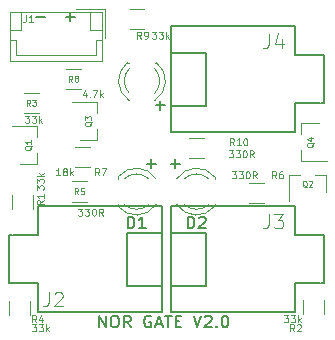
<source format=gbr>
%TF.GenerationSoftware,KiCad,Pcbnew,(5.1.9)-1*%
%TF.CreationDate,2021-03-03T01:29:12+00:00*%
%TF.ProjectId,NOR,4e4f522e-6b69-4636-9164-5f7063625858,rev?*%
%TF.SameCoordinates,Original*%
%TF.FileFunction,Legend,Top*%
%TF.FilePolarity,Positive*%
%FSLAX46Y46*%
G04 Gerber Fmt 4.6, Leading zero omitted, Abs format (unit mm)*
G04 Created by KiCad (PCBNEW (5.1.9)-1) date 2021-03-03 01:29:12*
%MOMM*%
%LPD*%
G01*
G04 APERTURE LIST*
%ADD10C,0.150000*%
%ADD11C,0.120000*%
%ADD12C,0.127000*%
%ADD13C,0.100000*%
%ADD14C,0.101600*%
G04 APERTURE END LIST*
D10*
X46363619Y-88336380D02*
X46363619Y-87336380D01*
X46935047Y-88336380D01*
X46935047Y-87336380D01*
X47601714Y-87336380D02*
X47792190Y-87336380D01*
X47887428Y-87384000D01*
X47982666Y-87479238D01*
X48030285Y-87669714D01*
X48030285Y-88003047D01*
X47982666Y-88193523D01*
X47887428Y-88288761D01*
X47792190Y-88336380D01*
X47601714Y-88336380D01*
X47506476Y-88288761D01*
X47411238Y-88193523D01*
X47363619Y-88003047D01*
X47363619Y-87669714D01*
X47411238Y-87479238D01*
X47506476Y-87384000D01*
X47601714Y-87336380D01*
X49030285Y-88336380D02*
X48696952Y-87860190D01*
X48458857Y-88336380D02*
X48458857Y-87336380D01*
X48839809Y-87336380D01*
X48935047Y-87384000D01*
X48982666Y-87431619D01*
X49030285Y-87526857D01*
X49030285Y-87669714D01*
X48982666Y-87764952D01*
X48935047Y-87812571D01*
X48839809Y-87860190D01*
X48458857Y-87860190D01*
X50744571Y-87384000D02*
X50649333Y-87336380D01*
X50506476Y-87336380D01*
X50363619Y-87384000D01*
X50268380Y-87479238D01*
X50220761Y-87574476D01*
X50173142Y-87764952D01*
X50173142Y-87907809D01*
X50220761Y-88098285D01*
X50268380Y-88193523D01*
X50363619Y-88288761D01*
X50506476Y-88336380D01*
X50601714Y-88336380D01*
X50744571Y-88288761D01*
X50792190Y-88241142D01*
X50792190Y-87907809D01*
X50601714Y-87907809D01*
X51173142Y-88050666D02*
X51649333Y-88050666D01*
X51077904Y-88336380D02*
X51411238Y-87336380D01*
X51744571Y-88336380D01*
X51935047Y-87336380D02*
X52506476Y-87336380D01*
X52220761Y-88336380D02*
X52220761Y-87336380D01*
X52839809Y-87812571D02*
X53173142Y-87812571D01*
X53316000Y-88336380D02*
X52839809Y-88336380D01*
X52839809Y-87336380D01*
X53316000Y-87336380D01*
X54363619Y-87336380D02*
X54696952Y-88336380D01*
X55030285Y-87336380D01*
X55316000Y-87431619D02*
X55363619Y-87384000D01*
X55458857Y-87336380D01*
X55696952Y-87336380D01*
X55792190Y-87384000D01*
X55839809Y-87431619D01*
X55887428Y-87526857D01*
X55887428Y-87622095D01*
X55839809Y-87764952D01*
X55268380Y-88336380D01*
X55887428Y-88336380D01*
X56316000Y-88241142D02*
X56363619Y-88288761D01*
X56316000Y-88336380D01*
X56268380Y-88288761D01*
X56316000Y-88241142D01*
X56316000Y-88336380D01*
X56982666Y-87336380D02*
X57077904Y-87336380D01*
X57173142Y-87384000D01*
X57220761Y-87431619D01*
X57268380Y-87526857D01*
X57315999Y-87717333D01*
X57315999Y-87955428D01*
X57268380Y-88145904D01*
X57220761Y-88241142D01*
X57173142Y-88288761D01*
X57077904Y-88336380D01*
X56982666Y-88336380D01*
X56887428Y-88288761D01*
X56839809Y-88241142D01*
X56792190Y-88145904D01*
X56744571Y-87955428D01*
X56744571Y-87717333D01*
X56792190Y-87526857D01*
X56839809Y-87431619D01*
X56887428Y-87384000D01*
X56982666Y-87336380D01*
X51181047Y-69540428D02*
X51942952Y-69540428D01*
X51562000Y-69921380D02*
X51562000Y-69159476D01*
X41021047Y-62047428D02*
X41782952Y-62047428D01*
X43561047Y-62047428D02*
X44322952Y-62047428D01*
X43942000Y-62428380D02*
X43942000Y-61666476D01*
X52451047Y-74493428D02*
X53212952Y-74493428D01*
X52832000Y-74874380D02*
X52832000Y-74112476D01*
X50419047Y-74493428D02*
X51180952Y-74493428D01*
X50800000Y-74874380D02*
X50800000Y-74112476D01*
D11*
%TO.C,R2*%
X63636000Y-87214000D02*
X63636000Y-86014000D01*
X65396000Y-86014000D02*
X65396000Y-87214000D01*
%TO.C,R4*%
X38720000Y-87300000D02*
X38720000Y-86100000D01*
X40480000Y-86100000D02*
X40480000Y-87300000D01*
%TO.C,R10*%
X55210000Y-74032000D02*
X54010000Y-74032000D01*
X54010000Y-72272000D02*
X55210000Y-72272000D01*
%TO.C,R9*%
X49000000Y-61350000D02*
X50200000Y-61350000D01*
X50200000Y-63110000D02*
X49000000Y-63110000D01*
%TO.C,R8*%
X44796000Y-68190000D02*
X43596000Y-68190000D01*
X43596000Y-66430000D02*
X44796000Y-66430000D01*
%TO.C,R7*%
X45558000Y-74794000D02*
X44358000Y-74794000D01*
X44358000Y-73034000D02*
X45558000Y-73034000D01*
%TO.C,R6*%
X59090000Y-76082000D02*
X60290000Y-76082000D01*
X60290000Y-77842000D02*
X59090000Y-77842000D01*
%TO.C,R5*%
X45304000Y-77715000D02*
X44104000Y-77715000D01*
X44104000Y-75955000D02*
X45304000Y-75955000D01*
%TO.C,R3*%
X40040000Y-68462000D02*
X41240000Y-68462000D01*
X41240000Y-70222000D02*
X40040000Y-70222000D01*
%TO.C,R1*%
X38998000Y-78324000D02*
X38998000Y-77124000D01*
X40758000Y-77124000D02*
X40758000Y-78324000D01*
%TO.C,J1*%
X46592000Y-65758000D02*
X46592000Y-61658000D01*
X46592000Y-61658000D02*
X38792000Y-61658000D01*
X38792000Y-61658000D02*
X38792000Y-65758000D01*
X38792000Y-65758000D02*
X46592000Y-65758000D01*
X46592000Y-64008000D02*
X46092000Y-64008000D01*
X46092000Y-64008000D02*
X46092000Y-65258000D01*
X46092000Y-65258000D02*
X39292000Y-65258000D01*
X39292000Y-65258000D02*
X39292000Y-64008000D01*
X39292000Y-64008000D02*
X38792000Y-64008000D01*
X46592000Y-63158000D02*
X45592000Y-63158000D01*
X45592000Y-63158000D02*
X45592000Y-61658000D01*
X38792000Y-63158000D02*
X39792000Y-63158000D01*
X39792000Y-63158000D02*
X39792000Y-61658000D01*
X46892000Y-63858000D02*
X46892000Y-61358000D01*
X46892000Y-61358000D02*
X44392000Y-61358000D01*
D12*
%TO.C,J2*%
X51720000Y-78050000D02*
X51720000Y-81050000D01*
X51720000Y-81050000D02*
X51720000Y-84050000D01*
X51720000Y-84050000D02*
X51720000Y-87050000D01*
X51720000Y-78050000D02*
X41220000Y-78050000D01*
X41220000Y-78050000D02*
X41220000Y-80550000D01*
X41220000Y-84550000D02*
X41220000Y-87050000D01*
X41220000Y-87050000D02*
X51720000Y-87050000D01*
X51720000Y-80300000D02*
X48720000Y-80300000D01*
X48720000Y-80300000D02*
X48720000Y-84800000D01*
X48720000Y-84800000D02*
X51720000Y-84800000D01*
X41220000Y-80550000D02*
X39048000Y-80550000D01*
X39020000Y-80550000D02*
X38720000Y-80550000D01*
X38720000Y-84550000D02*
X41220000Y-84550000D01*
X38720000Y-84550000D02*
X38720000Y-80550000D01*
%TO.C,J4*%
X52420000Y-71810000D02*
X52420000Y-68810000D01*
X52420000Y-68810000D02*
X52420000Y-65810000D01*
X52420000Y-65810000D02*
X52420000Y-62810000D01*
X52420000Y-71810000D02*
X62920000Y-71810000D01*
X62920000Y-71810000D02*
X62920000Y-69310000D01*
X62920000Y-65310000D02*
X62920000Y-62810000D01*
X62920000Y-62810000D02*
X52420000Y-62810000D01*
X52420000Y-69560000D02*
X55420000Y-69560000D01*
X55420000Y-69560000D02*
X55420000Y-65060000D01*
X55420000Y-65060000D02*
X52420000Y-65060000D01*
X62920000Y-69310000D02*
X65092000Y-69310000D01*
X65120000Y-69310000D02*
X65420000Y-69310000D01*
X65420000Y-65310000D02*
X62920000Y-65310000D01*
X65420000Y-65310000D02*
X65420000Y-69310000D01*
%TO.C,J3*%
X52420000Y-87050000D02*
X52420000Y-84050000D01*
X52420000Y-84050000D02*
X52420000Y-81050000D01*
X52420000Y-81050000D02*
X52420000Y-78050000D01*
X52420000Y-87050000D02*
X62920000Y-87050000D01*
X62920000Y-87050000D02*
X62920000Y-84550000D01*
X62920000Y-80550000D02*
X62920000Y-78050000D01*
X62920000Y-78050000D02*
X52420000Y-78050000D01*
X52420000Y-84800000D02*
X55420000Y-84800000D01*
X55420000Y-84800000D02*
X55420000Y-80300000D01*
X55420000Y-80300000D02*
X52420000Y-80300000D01*
X62920000Y-84550000D02*
X65092000Y-84550000D01*
X65120000Y-84550000D02*
X65420000Y-84550000D01*
X65420000Y-80550000D02*
X62920000Y-80550000D01*
X65420000Y-80550000D02*
X65420000Y-84550000D01*
D11*
%TO.C,Q4*%
X63502000Y-71064000D02*
X63502000Y-71994000D01*
X63502000Y-74224000D02*
X63502000Y-73294000D01*
X63502000Y-74224000D02*
X65662000Y-74224000D01*
X63502000Y-71064000D02*
X64962000Y-71064000D01*
%TO.C,Q3*%
X46226000Y-72446000D02*
X46226000Y-71516000D01*
X46226000Y-69286000D02*
X46226000Y-70216000D01*
X46226000Y-69286000D02*
X44066000Y-69286000D01*
X46226000Y-72446000D02*
X44766000Y-72446000D01*
%TO.C,Q2*%
X65588000Y-75440000D02*
X64658000Y-75440000D01*
X62428000Y-75440000D02*
X63358000Y-75440000D01*
X62428000Y-75440000D02*
X62428000Y-77600000D01*
X65588000Y-75440000D02*
X65588000Y-76900000D01*
%TO.C,Q1*%
X41146000Y-74478000D02*
X41146000Y-73548000D01*
X41146000Y-71318000D02*
X41146000Y-72248000D01*
X41146000Y-71318000D02*
X38986000Y-71318000D01*
X41146000Y-74478000D02*
X39686000Y-74478000D01*
%TO.C,D3*%
X51236000Y-65905000D02*
X51080000Y-65905000D01*
X48920000Y-65905000D02*
X48764000Y-65905000D01*
X51078608Y-69137335D02*
G75*
G03*
X51235516Y-65905000I-1078608J1672335D01*
G01*
X48921392Y-69137335D02*
G75*
G02*
X48764484Y-65905000I1078608J1672335D01*
G01*
X51079837Y-68506130D02*
G75*
G03*
X51080000Y-66424039I-1079837J1041130D01*
G01*
X48920163Y-68506130D02*
G75*
G02*
X48920000Y-66424039I1079837J1041130D01*
G01*
%TO.C,D2*%
X56170000Y-78071000D02*
X56170000Y-77915000D01*
X56170000Y-75755000D02*
X56170000Y-75599000D01*
X52937665Y-77913608D02*
G75*
G03*
X56170000Y-78070516I1672335J1078608D01*
G01*
X52937665Y-75756392D02*
G75*
G02*
X56170000Y-75599484I1672335J-1078608D01*
G01*
X53568870Y-77914837D02*
G75*
G03*
X55650961Y-77915000I1041130J1079837D01*
G01*
X53568870Y-75755163D02*
G75*
G02*
X55650961Y-75755000I1041130J-1079837D01*
G01*
%TO.C,D1*%
X47970000Y-75599000D02*
X47970000Y-75755000D01*
X47970000Y-77915000D02*
X47970000Y-78071000D01*
X51202335Y-75756392D02*
G75*
G03*
X47970000Y-75599484I-1672335J-1078608D01*
G01*
X51202335Y-77913608D02*
G75*
G02*
X47970000Y-78070516I-1672335J1078608D01*
G01*
X50571130Y-75755163D02*
G75*
G03*
X48489039Y-75755000I-1041130J-1079837D01*
G01*
X50571130Y-77914837D02*
G75*
G02*
X48489039Y-77915000I-1041130J1079837D01*
G01*
%TO.C,R2*%
D13*
X62892000Y-88663428D02*
X62692000Y-88377714D01*
X62549142Y-88663428D02*
X62549142Y-88063428D01*
X62777714Y-88063428D01*
X62834857Y-88092000D01*
X62863428Y-88120571D01*
X62892000Y-88177714D01*
X62892000Y-88263428D01*
X62863428Y-88320571D01*
X62834857Y-88349142D01*
X62777714Y-88377714D01*
X62549142Y-88377714D01*
X63120571Y-88120571D02*
X63149142Y-88092000D01*
X63206285Y-88063428D01*
X63349142Y-88063428D01*
X63406285Y-88092000D01*
X63434857Y-88120571D01*
X63463428Y-88177714D01*
X63463428Y-88234857D01*
X63434857Y-88320571D01*
X63092000Y-88663428D01*
X63463428Y-88663428D01*
X62009428Y-87301428D02*
X62380857Y-87301428D01*
X62180857Y-87530000D01*
X62266571Y-87530000D01*
X62323714Y-87558571D01*
X62352285Y-87587142D01*
X62380857Y-87644285D01*
X62380857Y-87787142D01*
X62352285Y-87844285D01*
X62323714Y-87872857D01*
X62266571Y-87901428D01*
X62095142Y-87901428D01*
X62038000Y-87872857D01*
X62009428Y-87844285D01*
X62580857Y-87301428D02*
X62952285Y-87301428D01*
X62752285Y-87530000D01*
X62838000Y-87530000D01*
X62895142Y-87558571D01*
X62923714Y-87587142D01*
X62952285Y-87644285D01*
X62952285Y-87787142D01*
X62923714Y-87844285D01*
X62895142Y-87872857D01*
X62838000Y-87901428D01*
X62666571Y-87901428D01*
X62609428Y-87872857D01*
X62580857Y-87844285D01*
X63209428Y-87901428D02*
X63209428Y-87301428D01*
X63266571Y-87672857D02*
X63438000Y-87901428D01*
X63438000Y-87501428D02*
X63209428Y-87730000D01*
%TO.C,R4*%
X41048000Y-87901428D02*
X40848000Y-87615714D01*
X40705142Y-87901428D02*
X40705142Y-87301428D01*
X40933714Y-87301428D01*
X40990857Y-87330000D01*
X41019428Y-87358571D01*
X41048000Y-87415714D01*
X41048000Y-87501428D01*
X41019428Y-87558571D01*
X40990857Y-87587142D01*
X40933714Y-87615714D01*
X40705142Y-87615714D01*
X41562285Y-87501428D02*
X41562285Y-87901428D01*
X41419428Y-87272857D02*
X41276571Y-87701428D01*
X41648000Y-87701428D01*
X40673428Y-88063428D02*
X41044857Y-88063428D01*
X40844857Y-88292000D01*
X40930571Y-88292000D01*
X40987714Y-88320571D01*
X41016285Y-88349142D01*
X41044857Y-88406285D01*
X41044857Y-88549142D01*
X41016285Y-88606285D01*
X40987714Y-88634857D01*
X40930571Y-88663428D01*
X40759142Y-88663428D01*
X40702000Y-88634857D01*
X40673428Y-88606285D01*
X41244857Y-88063428D02*
X41616285Y-88063428D01*
X41416285Y-88292000D01*
X41502000Y-88292000D01*
X41559142Y-88320571D01*
X41587714Y-88349142D01*
X41616285Y-88406285D01*
X41616285Y-88549142D01*
X41587714Y-88606285D01*
X41559142Y-88634857D01*
X41502000Y-88663428D01*
X41330571Y-88663428D01*
X41273428Y-88634857D01*
X41244857Y-88606285D01*
X41873428Y-88663428D02*
X41873428Y-88063428D01*
X41930571Y-88434857D02*
X42102000Y-88663428D01*
X42102000Y-88263428D02*
X41873428Y-88492000D01*
%TO.C,R10*%
X57780285Y-72915428D02*
X57580285Y-72629714D01*
X57437428Y-72915428D02*
X57437428Y-72315428D01*
X57666000Y-72315428D01*
X57723142Y-72344000D01*
X57751714Y-72372571D01*
X57780285Y-72429714D01*
X57780285Y-72515428D01*
X57751714Y-72572571D01*
X57723142Y-72601142D01*
X57666000Y-72629714D01*
X57437428Y-72629714D01*
X58351714Y-72915428D02*
X58008857Y-72915428D01*
X58180285Y-72915428D02*
X58180285Y-72315428D01*
X58123142Y-72401142D01*
X58066000Y-72458285D01*
X58008857Y-72486857D01*
X58723142Y-72315428D02*
X58780285Y-72315428D01*
X58837428Y-72344000D01*
X58866000Y-72372571D01*
X58894571Y-72429714D01*
X58923142Y-72544000D01*
X58923142Y-72686857D01*
X58894571Y-72801142D01*
X58866000Y-72858285D01*
X58837428Y-72886857D01*
X58780285Y-72915428D01*
X58723142Y-72915428D01*
X58666000Y-72886857D01*
X58637428Y-72858285D01*
X58608857Y-72801142D01*
X58580285Y-72686857D01*
X58580285Y-72544000D01*
X58608857Y-72429714D01*
X58637428Y-72372571D01*
X58666000Y-72344000D01*
X58723142Y-72315428D01*
X57348571Y-73331428D02*
X57720000Y-73331428D01*
X57520000Y-73560000D01*
X57605714Y-73560000D01*
X57662857Y-73588571D01*
X57691428Y-73617142D01*
X57720000Y-73674285D01*
X57720000Y-73817142D01*
X57691428Y-73874285D01*
X57662857Y-73902857D01*
X57605714Y-73931428D01*
X57434285Y-73931428D01*
X57377142Y-73902857D01*
X57348571Y-73874285D01*
X57920000Y-73331428D02*
X58291428Y-73331428D01*
X58091428Y-73560000D01*
X58177142Y-73560000D01*
X58234285Y-73588571D01*
X58262857Y-73617142D01*
X58291428Y-73674285D01*
X58291428Y-73817142D01*
X58262857Y-73874285D01*
X58234285Y-73902857D01*
X58177142Y-73931428D01*
X58005714Y-73931428D01*
X57948571Y-73902857D01*
X57920000Y-73874285D01*
X58662857Y-73331428D02*
X58720000Y-73331428D01*
X58777142Y-73360000D01*
X58805714Y-73388571D01*
X58834285Y-73445714D01*
X58862857Y-73560000D01*
X58862857Y-73702857D01*
X58834285Y-73817142D01*
X58805714Y-73874285D01*
X58777142Y-73902857D01*
X58720000Y-73931428D01*
X58662857Y-73931428D01*
X58605714Y-73902857D01*
X58577142Y-73874285D01*
X58548571Y-73817142D01*
X58520000Y-73702857D01*
X58520000Y-73560000D01*
X58548571Y-73445714D01*
X58577142Y-73388571D01*
X58605714Y-73360000D01*
X58662857Y-73331428D01*
X59462857Y-73931428D02*
X59262857Y-73645714D01*
X59120000Y-73931428D02*
X59120000Y-73331428D01*
X59348571Y-73331428D01*
X59405714Y-73360000D01*
X59434285Y-73388571D01*
X59462857Y-73445714D01*
X59462857Y-73531428D01*
X59434285Y-73588571D01*
X59405714Y-73617142D01*
X59348571Y-73645714D01*
X59120000Y-73645714D01*
%TO.C,R9*%
X49938000Y-63898428D02*
X49738000Y-63612714D01*
X49595142Y-63898428D02*
X49595142Y-63298428D01*
X49823714Y-63298428D01*
X49880857Y-63327000D01*
X49909428Y-63355571D01*
X49938000Y-63412714D01*
X49938000Y-63498428D01*
X49909428Y-63555571D01*
X49880857Y-63584142D01*
X49823714Y-63612714D01*
X49595142Y-63612714D01*
X50223714Y-63898428D02*
X50338000Y-63898428D01*
X50395142Y-63869857D01*
X50423714Y-63841285D01*
X50480857Y-63755571D01*
X50509428Y-63641285D01*
X50509428Y-63412714D01*
X50480857Y-63355571D01*
X50452285Y-63327000D01*
X50395142Y-63298428D01*
X50280857Y-63298428D01*
X50223714Y-63327000D01*
X50195142Y-63355571D01*
X50166571Y-63412714D01*
X50166571Y-63555571D01*
X50195142Y-63612714D01*
X50223714Y-63641285D01*
X50280857Y-63669857D01*
X50395142Y-63669857D01*
X50452285Y-63641285D01*
X50480857Y-63612714D01*
X50509428Y-63555571D01*
X50833428Y-63298428D02*
X51204857Y-63298428D01*
X51004857Y-63527000D01*
X51090571Y-63527000D01*
X51147714Y-63555571D01*
X51176285Y-63584142D01*
X51204857Y-63641285D01*
X51204857Y-63784142D01*
X51176285Y-63841285D01*
X51147714Y-63869857D01*
X51090571Y-63898428D01*
X50919142Y-63898428D01*
X50862000Y-63869857D01*
X50833428Y-63841285D01*
X51404857Y-63298428D02*
X51776285Y-63298428D01*
X51576285Y-63527000D01*
X51662000Y-63527000D01*
X51719142Y-63555571D01*
X51747714Y-63584142D01*
X51776285Y-63641285D01*
X51776285Y-63784142D01*
X51747714Y-63841285D01*
X51719142Y-63869857D01*
X51662000Y-63898428D01*
X51490571Y-63898428D01*
X51433428Y-63869857D01*
X51404857Y-63841285D01*
X52033428Y-63898428D02*
X52033428Y-63298428D01*
X52090571Y-63669857D02*
X52262000Y-63898428D01*
X52262000Y-63498428D02*
X52033428Y-63727000D01*
%TO.C,R8*%
X44112666Y-67536190D02*
X43946000Y-67298095D01*
X43826952Y-67536190D02*
X43826952Y-67036190D01*
X44017428Y-67036190D01*
X44065047Y-67060000D01*
X44088857Y-67083809D01*
X44112666Y-67131428D01*
X44112666Y-67202857D01*
X44088857Y-67250476D01*
X44065047Y-67274285D01*
X44017428Y-67298095D01*
X43826952Y-67298095D01*
X44398380Y-67250476D02*
X44350761Y-67226666D01*
X44326952Y-67202857D01*
X44303142Y-67155238D01*
X44303142Y-67131428D01*
X44326952Y-67083809D01*
X44350761Y-67060000D01*
X44398380Y-67036190D01*
X44493619Y-67036190D01*
X44541238Y-67060000D01*
X44565047Y-67083809D01*
X44588857Y-67131428D01*
X44588857Y-67155238D01*
X44565047Y-67202857D01*
X44541238Y-67226666D01*
X44493619Y-67250476D01*
X44398380Y-67250476D01*
X44350761Y-67274285D01*
X44326952Y-67298095D01*
X44303142Y-67345714D01*
X44303142Y-67440952D01*
X44326952Y-67488571D01*
X44350761Y-67512380D01*
X44398380Y-67536190D01*
X44493619Y-67536190D01*
X44541238Y-67512380D01*
X44565047Y-67488571D01*
X44588857Y-67440952D01*
X44588857Y-67345714D01*
X44565047Y-67298095D01*
X44541238Y-67274285D01*
X44493619Y-67250476D01*
X45289857Y-68451428D02*
X45289857Y-68851428D01*
X45147000Y-68222857D02*
X45004142Y-68651428D01*
X45375571Y-68651428D01*
X45604142Y-68794285D02*
X45632714Y-68822857D01*
X45604142Y-68851428D01*
X45575571Y-68822857D01*
X45604142Y-68794285D01*
X45604142Y-68851428D01*
X45832714Y-68251428D02*
X46232714Y-68251428D01*
X45975571Y-68851428D01*
X46461285Y-68851428D02*
X46461285Y-68251428D01*
X46518428Y-68622857D02*
X46689857Y-68851428D01*
X46689857Y-68451428D02*
X46461285Y-68680000D01*
%TO.C,R7*%
X46382000Y-75455428D02*
X46182000Y-75169714D01*
X46039142Y-75455428D02*
X46039142Y-74855428D01*
X46267714Y-74855428D01*
X46324857Y-74884000D01*
X46353428Y-74912571D01*
X46382000Y-74969714D01*
X46382000Y-75055428D01*
X46353428Y-75112571D01*
X46324857Y-75141142D01*
X46267714Y-75169714D01*
X46039142Y-75169714D01*
X46582000Y-74855428D02*
X46982000Y-74855428D01*
X46724857Y-75455428D01*
X43076857Y-75455428D02*
X42734000Y-75455428D01*
X42905428Y-75455428D02*
X42905428Y-74855428D01*
X42848285Y-74941142D01*
X42791142Y-74998285D01*
X42734000Y-75026857D01*
X43419714Y-75112571D02*
X43362571Y-75084000D01*
X43334000Y-75055428D01*
X43305428Y-74998285D01*
X43305428Y-74969714D01*
X43334000Y-74912571D01*
X43362571Y-74884000D01*
X43419714Y-74855428D01*
X43534000Y-74855428D01*
X43591142Y-74884000D01*
X43619714Y-74912571D01*
X43648285Y-74969714D01*
X43648285Y-74998285D01*
X43619714Y-75055428D01*
X43591142Y-75084000D01*
X43534000Y-75112571D01*
X43419714Y-75112571D01*
X43362571Y-75141142D01*
X43334000Y-75169714D01*
X43305428Y-75226857D01*
X43305428Y-75341142D01*
X43334000Y-75398285D01*
X43362571Y-75426857D01*
X43419714Y-75455428D01*
X43534000Y-75455428D01*
X43591142Y-75426857D01*
X43619714Y-75398285D01*
X43648285Y-75341142D01*
X43648285Y-75226857D01*
X43619714Y-75169714D01*
X43591142Y-75141142D01*
X43534000Y-75112571D01*
X43905428Y-75455428D02*
X43905428Y-74855428D01*
X43962571Y-75226857D02*
X44134000Y-75455428D01*
X44134000Y-75055428D02*
X43905428Y-75284000D01*
%TO.C,R6*%
X61368000Y-75709428D02*
X61168000Y-75423714D01*
X61025142Y-75709428D02*
X61025142Y-75109428D01*
X61253714Y-75109428D01*
X61310857Y-75138000D01*
X61339428Y-75166571D01*
X61368000Y-75223714D01*
X61368000Y-75309428D01*
X61339428Y-75366571D01*
X61310857Y-75395142D01*
X61253714Y-75423714D01*
X61025142Y-75423714D01*
X61882285Y-75109428D02*
X61768000Y-75109428D01*
X61710857Y-75138000D01*
X61682285Y-75166571D01*
X61625142Y-75252285D01*
X61596571Y-75366571D01*
X61596571Y-75595142D01*
X61625142Y-75652285D01*
X61653714Y-75680857D01*
X61710857Y-75709428D01*
X61825142Y-75709428D01*
X61882285Y-75680857D01*
X61910857Y-75652285D01*
X61939428Y-75595142D01*
X61939428Y-75452285D01*
X61910857Y-75395142D01*
X61882285Y-75366571D01*
X61825142Y-75338000D01*
X61710857Y-75338000D01*
X61653714Y-75366571D01*
X61625142Y-75395142D01*
X61596571Y-75452285D01*
X57602571Y-75109428D02*
X57974000Y-75109428D01*
X57774000Y-75338000D01*
X57859714Y-75338000D01*
X57916857Y-75366571D01*
X57945428Y-75395142D01*
X57974000Y-75452285D01*
X57974000Y-75595142D01*
X57945428Y-75652285D01*
X57916857Y-75680857D01*
X57859714Y-75709428D01*
X57688285Y-75709428D01*
X57631142Y-75680857D01*
X57602571Y-75652285D01*
X58174000Y-75109428D02*
X58545428Y-75109428D01*
X58345428Y-75338000D01*
X58431142Y-75338000D01*
X58488285Y-75366571D01*
X58516857Y-75395142D01*
X58545428Y-75452285D01*
X58545428Y-75595142D01*
X58516857Y-75652285D01*
X58488285Y-75680857D01*
X58431142Y-75709428D01*
X58259714Y-75709428D01*
X58202571Y-75680857D01*
X58174000Y-75652285D01*
X58916857Y-75109428D02*
X58974000Y-75109428D01*
X59031142Y-75138000D01*
X59059714Y-75166571D01*
X59088285Y-75223714D01*
X59116857Y-75338000D01*
X59116857Y-75480857D01*
X59088285Y-75595142D01*
X59059714Y-75652285D01*
X59031142Y-75680857D01*
X58974000Y-75709428D01*
X58916857Y-75709428D01*
X58859714Y-75680857D01*
X58831142Y-75652285D01*
X58802571Y-75595142D01*
X58774000Y-75480857D01*
X58774000Y-75338000D01*
X58802571Y-75223714D01*
X58831142Y-75166571D01*
X58859714Y-75138000D01*
X58916857Y-75109428D01*
X59716857Y-75709428D02*
X59516857Y-75423714D01*
X59374000Y-75709428D02*
X59374000Y-75109428D01*
X59602571Y-75109428D01*
X59659714Y-75138000D01*
X59688285Y-75166571D01*
X59716857Y-75223714D01*
X59716857Y-75309428D01*
X59688285Y-75366571D01*
X59659714Y-75395142D01*
X59602571Y-75423714D01*
X59374000Y-75423714D01*
%TO.C,R5*%
X44620666Y-77061190D02*
X44454000Y-76823095D01*
X44334952Y-77061190D02*
X44334952Y-76561190D01*
X44525428Y-76561190D01*
X44573047Y-76585000D01*
X44596857Y-76608809D01*
X44620666Y-76656428D01*
X44620666Y-76727857D01*
X44596857Y-76775476D01*
X44573047Y-76799285D01*
X44525428Y-76823095D01*
X44334952Y-76823095D01*
X45073047Y-76561190D02*
X44834952Y-76561190D01*
X44811142Y-76799285D01*
X44834952Y-76775476D01*
X44882571Y-76751666D01*
X45001619Y-76751666D01*
X45049238Y-76775476D01*
X45073047Y-76799285D01*
X45096857Y-76846904D01*
X45096857Y-76965952D01*
X45073047Y-77013571D01*
X45049238Y-77037380D01*
X45001619Y-77061190D01*
X44882571Y-77061190D01*
X44834952Y-77037380D01*
X44811142Y-77013571D01*
X44585071Y-78284428D02*
X44956500Y-78284428D01*
X44756500Y-78513000D01*
X44842214Y-78513000D01*
X44899357Y-78541571D01*
X44927928Y-78570142D01*
X44956500Y-78627285D01*
X44956500Y-78770142D01*
X44927928Y-78827285D01*
X44899357Y-78855857D01*
X44842214Y-78884428D01*
X44670785Y-78884428D01*
X44613642Y-78855857D01*
X44585071Y-78827285D01*
X45156500Y-78284428D02*
X45527928Y-78284428D01*
X45327928Y-78513000D01*
X45413642Y-78513000D01*
X45470785Y-78541571D01*
X45499357Y-78570142D01*
X45527928Y-78627285D01*
X45527928Y-78770142D01*
X45499357Y-78827285D01*
X45470785Y-78855857D01*
X45413642Y-78884428D01*
X45242214Y-78884428D01*
X45185071Y-78855857D01*
X45156500Y-78827285D01*
X45899357Y-78284428D02*
X45956500Y-78284428D01*
X46013642Y-78313000D01*
X46042214Y-78341571D01*
X46070785Y-78398714D01*
X46099357Y-78513000D01*
X46099357Y-78655857D01*
X46070785Y-78770142D01*
X46042214Y-78827285D01*
X46013642Y-78855857D01*
X45956500Y-78884428D01*
X45899357Y-78884428D01*
X45842214Y-78855857D01*
X45813642Y-78827285D01*
X45785071Y-78770142D01*
X45756500Y-78655857D01*
X45756500Y-78513000D01*
X45785071Y-78398714D01*
X45813642Y-78341571D01*
X45842214Y-78313000D01*
X45899357Y-78284428D01*
X46699357Y-78884428D02*
X46499357Y-78598714D01*
X46356500Y-78884428D02*
X46356500Y-78284428D01*
X46585071Y-78284428D01*
X46642214Y-78313000D01*
X46670785Y-78341571D01*
X46699357Y-78398714D01*
X46699357Y-78484428D01*
X46670785Y-78541571D01*
X46642214Y-78570142D01*
X46585071Y-78598714D01*
X46356500Y-78598714D01*
%TO.C,R3*%
X40556666Y-69568190D02*
X40390000Y-69330095D01*
X40270952Y-69568190D02*
X40270952Y-69068190D01*
X40461428Y-69068190D01*
X40509047Y-69092000D01*
X40532857Y-69115809D01*
X40556666Y-69163428D01*
X40556666Y-69234857D01*
X40532857Y-69282476D01*
X40509047Y-69306285D01*
X40461428Y-69330095D01*
X40270952Y-69330095D01*
X40723333Y-69068190D02*
X41032857Y-69068190D01*
X40866190Y-69258666D01*
X40937619Y-69258666D01*
X40985238Y-69282476D01*
X41009047Y-69306285D01*
X41032857Y-69353904D01*
X41032857Y-69472952D01*
X41009047Y-69520571D01*
X40985238Y-69544380D01*
X40937619Y-69568190D01*
X40794761Y-69568190D01*
X40747142Y-69544380D01*
X40723333Y-69520571D01*
X40101928Y-70410428D02*
X40473357Y-70410428D01*
X40273357Y-70639000D01*
X40359071Y-70639000D01*
X40416214Y-70667571D01*
X40444785Y-70696142D01*
X40473357Y-70753285D01*
X40473357Y-70896142D01*
X40444785Y-70953285D01*
X40416214Y-70981857D01*
X40359071Y-71010428D01*
X40187642Y-71010428D01*
X40130500Y-70981857D01*
X40101928Y-70953285D01*
X40673357Y-70410428D02*
X41044785Y-70410428D01*
X40844785Y-70639000D01*
X40930500Y-70639000D01*
X40987642Y-70667571D01*
X41016214Y-70696142D01*
X41044785Y-70753285D01*
X41044785Y-70896142D01*
X41016214Y-70953285D01*
X40987642Y-70981857D01*
X40930500Y-71010428D01*
X40759071Y-71010428D01*
X40701928Y-70981857D01*
X40673357Y-70953285D01*
X41301928Y-71010428D02*
X41301928Y-70410428D01*
X41359071Y-70781857D02*
X41530500Y-71010428D01*
X41530500Y-70610428D02*
X41301928Y-70839000D01*
%TO.C,R1*%
X41673428Y-77570000D02*
X41387714Y-77770000D01*
X41673428Y-77912857D02*
X41073428Y-77912857D01*
X41073428Y-77684285D01*
X41102000Y-77627142D01*
X41130571Y-77598571D01*
X41187714Y-77570000D01*
X41273428Y-77570000D01*
X41330571Y-77598571D01*
X41359142Y-77627142D01*
X41387714Y-77684285D01*
X41387714Y-77912857D01*
X41673428Y-76998571D02*
X41673428Y-77341428D01*
X41673428Y-77170000D02*
X41073428Y-77170000D01*
X41159142Y-77227142D01*
X41216285Y-77284285D01*
X41244857Y-77341428D01*
X41073428Y-76674571D02*
X41073428Y-76303142D01*
X41302000Y-76503142D01*
X41302000Y-76417428D01*
X41330571Y-76360285D01*
X41359142Y-76331714D01*
X41416285Y-76303142D01*
X41559142Y-76303142D01*
X41616285Y-76331714D01*
X41644857Y-76360285D01*
X41673428Y-76417428D01*
X41673428Y-76588857D01*
X41644857Y-76646000D01*
X41616285Y-76674571D01*
X41073428Y-76103142D02*
X41073428Y-75731714D01*
X41302000Y-75931714D01*
X41302000Y-75846000D01*
X41330571Y-75788857D01*
X41359142Y-75760285D01*
X41416285Y-75731714D01*
X41559142Y-75731714D01*
X41616285Y-75760285D01*
X41644857Y-75788857D01*
X41673428Y-75846000D01*
X41673428Y-76017428D01*
X41644857Y-76074571D01*
X41616285Y-76103142D01*
X41673428Y-75474571D02*
X41073428Y-75474571D01*
X41444857Y-75417428D02*
X41673428Y-75246000D01*
X41273428Y-75246000D02*
X41502000Y-75474571D01*
%TO.C,J1*%
X40186000Y-61901428D02*
X40186000Y-62330000D01*
X40157428Y-62415714D01*
X40100285Y-62472857D01*
X40014571Y-62501428D01*
X39957428Y-62501428D01*
X40786000Y-62501428D02*
X40443142Y-62501428D01*
X40614571Y-62501428D02*
X40614571Y-61901428D01*
X40557428Y-61987142D01*
X40500285Y-62044285D01*
X40443142Y-62072857D01*
%TO.C,J2*%
D14*
X42100016Y-85350047D02*
X42100016Y-86211833D01*
X42042563Y-86384190D01*
X41927659Y-86499095D01*
X41755301Y-86556547D01*
X41640397Y-86556547D01*
X42617087Y-85464952D02*
X42674540Y-85407500D01*
X42789444Y-85350047D01*
X43076706Y-85350047D01*
X43191611Y-85407500D01*
X43249063Y-85464952D01*
X43306516Y-85579857D01*
X43306516Y-85694761D01*
X43249063Y-85867119D01*
X42559635Y-86556547D01*
X43306516Y-86556547D01*
%TO.C,J4*%
X60727650Y-63506047D02*
X60727650Y-64367833D01*
X60670198Y-64540190D01*
X60555293Y-64655095D01*
X60382936Y-64712547D01*
X60268031Y-64712547D01*
X61819245Y-63908214D02*
X61819245Y-64712547D01*
X61531983Y-63448595D02*
X61244721Y-64310380D01*
X61991602Y-64310380D01*
%TO.C,J3*%
X60727650Y-78746047D02*
X60727650Y-79607833D01*
X60670198Y-79780190D01*
X60555293Y-79895095D01*
X60382936Y-79952547D01*
X60268031Y-79952547D01*
X61187269Y-78746047D02*
X61934150Y-78746047D01*
X61531983Y-79205666D01*
X61704340Y-79205666D01*
X61819245Y-79263119D01*
X61876698Y-79320571D01*
X61934150Y-79435476D01*
X61934150Y-79722738D01*
X61876698Y-79837642D01*
X61819245Y-79895095D01*
X61704340Y-79952547D01*
X61359626Y-79952547D01*
X61244721Y-79895095D01*
X61187269Y-79837642D01*
%TO.C,Q4*%
D13*
X64535809Y-72691619D02*
X64512000Y-72739238D01*
X64464380Y-72786857D01*
X64392952Y-72858285D01*
X64369142Y-72905904D01*
X64369142Y-72953523D01*
X64488190Y-72929714D02*
X64464380Y-72977333D01*
X64416761Y-73024952D01*
X64321523Y-73048761D01*
X64154857Y-73048761D01*
X64059619Y-73024952D01*
X64012000Y-72977333D01*
X63988190Y-72929714D01*
X63988190Y-72834476D01*
X64012000Y-72786857D01*
X64059619Y-72739238D01*
X64154857Y-72715428D01*
X64321523Y-72715428D01*
X64416761Y-72739238D01*
X64464380Y-72786857D01*
X64488190Y-72834476D01*
X64488190Y-72929714D01*
X64154857Y-72286857D02*
X64488190Y-72286857D01*
X63964380Y-72405904D02*
X64321523Y-72524952D01*
X64321523Y-72215428D01*
%TO.C,Q3*%
X45739809Y-70913619D02*
X45716000Y-70961238D01*
X45668380Y-71008857D01*
X45596952Y-71080285D01*
X45573142Y-71127904D01*
X45573142Y-71175523D01*
X45692190Y-71151714D02*
X45668380Y-71199333D01*
X45620761Y-71246952D01*
X45525523Y-71270761D01*
X45358857Y-71270761D01*
X45263619Y-71246952D01*
X45216000Y-71199333D01*
X45192190Y-71151714D01*
X45192190Y-71056476D01*
X45216000Y-71008857D01*
X45263619Y-70961238D01*
X45358857Y-70937428D01*
X45525523Y-70937428D01*
X45620761Y-70961238D01*
X45668380Y-71008857D01*
X45692190Y-71056476D01*
X45692190Y-71151714D01*
X45192190Y-70770761D02*
X45192190Y-70461238D01*
X45382666Y-70627904D01*
X45382666Y-70556476D01*
X45406476Y-70508857D01*
X45430285Y-70485047D01*
X45477904Y-70461238D01*
X45596952Y-70461238D01*
X45644571Y-70485047D01*
X45668380Y-70508857D01*
X45692190Y-70556476D01*
X45692190Y-70699333D01*
X45668380Y-70746952D01*
X45644571Y-70770761D01*
%TO.C,Q2*%
X63960380Y-76473809D02*
X63912761Y-76450000D01*
X63865142Y-76402380D01*
X63793714Y-76330952D01*
X63746095Y-76307142D01*
X63698476Y-76307142D01*
X63722285Y-76426190D02*
X63674666Y-76402380D01*
X63627047Y-76354761D01*
X63603238Y-76259523D01*
X63603238Y-76092857D01*
X63627047Y-75997619D01*
X63674666Y-75950000D01*
X63722285Y-75926190D01*
X63817523Y-75926190D01*
X63865142Y-75950000D01*
X63912761Y-75997619D01*
X63936571Y-76092857D01*
X63936571Y-76259523D01*
X63912761Y-76354761D01*
X63865142Y-76402380D01*
X63817523Y-76426190D01*
X63722285Y-76426190D01*
X64127047Y-75973809D02*
X64150857Y-75950000D01*
X64198476Y-75926190D01*
X64317523Y-75926190D01*
X64365142Y-75950000D01*
X64388952Y-75973809D01*
X64412761Y-76021428D01*
X64412761Y-76069047D01*
X64388952Y-76140476D01*
X64103238Y-76426190D01*
X64412761Y-76426190D01*
%TO.C,Q1*%
X40659809Y-72945619D02*
X40636000Y-72993238D01*
X40588380Y-73040857D01*
X40516952Y-73112285D01*
X40493142Y-73159904D01*
X40493142Y-73207523D01*
X40612190Y-73183714D02*
X40588380Y-73231333D01*
X40540761Y-73278952D01*
X40445523Y-73302761D01*
X40278857Y-73302761D01*
X40183619Y-73278952D01*
X40136000Y-73231333D01*
X40112190Y-73183714D01*
X40112190Y-73088476D01*
X40136000Y-73040857D01*
X40183619Y-72993238D01*
X40278857Y-72969428D01*
X40445523Y-72969428D01*
X40540761Y-72993238D01*
X40588380Y-73040857D01*
X40612190Y-73088476D01*
X40612190Y-73183714D01*
X40612190Y-72493238D02*
X40612190Y-72778952D01*
X40612190Y-72636095D02*
X40112190Y-72636095D01*
X40183619Y-72683714D01*
X40231238Y-72731333D01*
X40255047Y-72778952D01*
%TO.C,D2*%
D10*
X53871904Y-79954380D02*
X53871904Y-78954380D01*
X54110000Y-78954380D01*
X54252857Y-79002000D01*
X54348095Y-79097238D01*
X54395714Y-79192476D01*
X54443333Y-79382952D01*
X54443333Y-79525809D01*
X54395714Y-79716285D01*
X54348095Y-79811523D01*
X54252857Y-79906761D01*
X54110000Y-79954380D01*
X53871904Y-79954380D01*
X54824285Y-79049619D02*
X54871904Y-79002000D01*
X54967142Y-78954380D01*
X55205238Y-78954380D01*
X55300476Y-79002000D01*
X55348095Y-79049619D01*
X55395714Y-79144857D01*
X55395714Y-79240095D01*
X55348095Y-79382952D01*
X54776666Y-79954380D01*
X55395714Y-79954380D01*
%TO.C,D1*%
X48791904Y-79954380D02*
X48791904Y-78954380D01*
X49030000Y-78954380D01*
X49172857Y-79002000D01*
X49268095Y-79097238D01*
X49315714Y-79192476D01*
X49363333Y-79382952D01*
X49363333Y-79525809D01*
X49315714Y-79716285D01*
X49268095Y-79811523D01*
X49172857Y-79906761D01*
X49030000Y-79954380D01*
X48791904Y-79954380D01*
X50315714Y-79954380D02*
X49744285Y-79954380D01*
X50030000Y-79954380D02*
X50030000Y-78954380D01*
X49934761Y-79097238D01*
X49839523Y-79192476D01*
X49744285Y-79240095D01*
%TD*%
M02*

</source>
